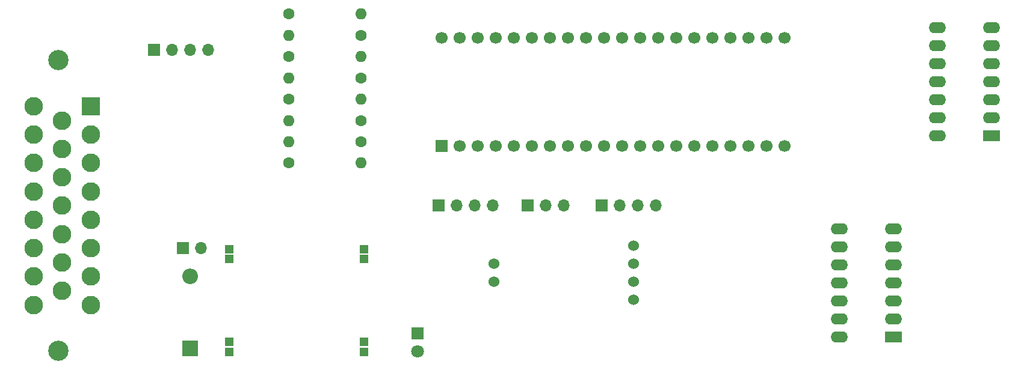
<source format=gbr>
%TF.GenerationSoftware,KiCad,Pcbnew,(6.0.2)*%
%TF.CreationDate,2022-03-14T17:04:01-03:00*%
%TF.ProjectId,EL-A0001-00500 - Telemetria Frontal,454c2d41-3030-4303-912d-303035303020,rev?*%
%TF.SameCoordinates,Original*%
%TF.FileFunction,Soldermask,Bot*%
%TF.FilePolarity,Negative*%
%FSLAX46Y46*%
G04 Gerber Fmt 4.6, Leading zero omitted, Abs format (unit mm)*
G04 Created by KiCad (PCBNEW (6.0.2)) date 2022-03-14 17:04:01*
%MOMM*%
%LPD*%
G01*
G04 APERTURE LIST*
%ADD10C,1.600000*%
%ADD11O,1.600000X1.600000*%
%ADD12R,1.700000X1.700000*%
%ADD13O,1.700000X1.700000*%
%ADD14R,1.800000X1.800000*%
%ADD15C,1.800000*%
%ADD16R,2.400000X1.600000*%
%ADD17O,2.400000X1.600000*%
%ADD18R,2.200000X2.200000*%
%ADD19O,2.200000X2.200000*%
%ADD20R,1.308000X1.308000*%
%ADD21C,2.850000*%
%ADD22R,2.625000X2.625000*%
%ADD23C,2.625000*%
%ADD24C,1.700000*%
%ADD25C,1.524000*%
G04 APERTURE END LIST*
D10*
%TO.C,R11*%
X67920000Y-57000000D03*
D11*
X78080000Y-57000000D03*
%TD*%
D10*
%TO.C,R2*%
X78080000Y-48000000D03*
D11*
X67920000Y-48000000D03*
%TD*%
D10*
%TO.C,R10*%
X78080000Y-60000000D03*
D11*
X67920000Y-60000000D03*
%TD*%
D10*
%TO.C,R3*%
X67920000Y-45000000D03*
D11*
X78080000Y-45000000D03*
%TD*%
D12*
%TO.C,J3*%
X48920000Y-50000000D03*
D13*
X51460000Y-50000000D03*
X54000000Y-50000000D03*
X56540000Y-50000000D03*
%TD*%
D14*
%TO.C,D2*%
X86000000Y-90000000D03*
D15*
X86000000Y-92540000D03*
%TD*%
D12*
%TO.C,J5*%
X101475000Y-72000000D03*
D13*
X104015000Y-72000000D03*
X106555000Y-72000000D03*
%TD*%
D16*
%TO.C,U4*%
X166775000Y-62175000D03*
D17*
X166775000Y-59635000D03*
X166775000Y-57095000D03*
X166775000Y-54555000D03*
X166775000Y-52015000D03*
X166775000Y-49475000D03*
X166775000Y-46935000D03*
X159155000Y-46935000D03*
X159155000Y-49475000D03*
X159155000Y-52015000D03*
X159155000Y-54555000D03*
X159155000Y-57095000D03*
X159155000Y-59635000D03*
X159155000Y-62175000D03*
%TD*%
D18*
%TO.C,D1*%
X54000000Y-92080000D03*
D19*
X54000000Y-81920000D03*
%TD*%
D16*
%TO.C,U3*%
X153000000Y-90540000D03*
D17*
X153000000Y-88000000D03*
X153000000Y-85460000D03*
X153000000Y-82920000D03*
X153000000Y-80380000D03*
X153000000Y-77840000D03*
X153000000Y-75300000D03*
X145380000Y-75300000D03*
X145380000Y-77840000D03*
X145380000Y-80380000D03*
X145380000Y-82920000D03*
X145380000Y-85460000D03*
X145380000Y-88000000D03*
X145380000Y-90540000D03*
%TD*%
D12*
%TO.C,J6*%
X88950000Y-72000000D03*
D13*
X91490000Y-72000000D03*
X94030000Y-72000000D03*
X96570000Y-72000000D03*
%TD*%
D20*
%TO.C,U2*%
X59500000Y-78130000D03*
X59500000Y-79530000D03*
X59500000Y-91200000D03*
X59500000Y-92600000D03*
X78500000Y-78130000D03*
X78500000Y-79530000D03*
X78500000Y-91200000D03*
X78500000Y-92600000D03*
%TD*%
D12*
%TO.C,J4*%
X111920000Y-72000000D03*
D13*
X114460000Y-72000000D03*
X117000000Y-72000000D03*
X119540000Y-72000000D03*
%TD*%
D10*
%TO.C,R4*%
X78080000Y-54000000D03*
D11*
X67920000Y-54000000D03*
%TD*%
D10*
%TO.C,R17*%
X67920000Y-66000000D03*
D11*
X78080000Y-66000000D03*
%TD*%
D21*
%TO.C,J1*%
X35500000Y-51500000D03*
X35500000Y-92500000D03*
D22*
X40000000Y-58000000D03*
D23*
X40000000Y-62000000D03*
X40000000Y-66000000D03*
X40000000Y-70000000D03*
X40000000Y-74000000D03*
X40000000Y-78000000D03*
X40000000Y-82000000D03*
X40000000Y-86000000D03*
X36000000Y-60000000D03*
X36000000Y-64000000D03*
X36000000Y-68000000D03*
X36000000Y-72000000D03*
X36000000Y-76000000D03*
X36000000Y-80000000D03*
X36000000Y-84000000D03*
X32000000Y-58000000D03*
X32000000Y-62000000D03*
X32000000Y-66000000D03*
X32000000Y-70000000D03*
X32000000Y-74000000D03*
X32000000Y-78000000D03*
X32000000Y-82000000D03*
X32000000Y-86000000D03*
%TD*%
D12*
%TO.C,U1*%
X89370000Y-63620000D03*
D24*
X91910000Y-63620000D03*
X94450000Y-63620000D03*
X96990000Y-63620000D03*
X99530000Y-63620000D03*
X102070000Y-63620000D03*
X104610000Y-63620000D03*
X107150000Y-63620000D03*
X109690000Y-63620000D03*
X112230000Y-63620000D03*
X114770000Y-63620000D03*
X117310000Y-63620000D03*
X119850000Y-63620000D03*
X122390000Y-63620000D03*
X124930000Y-63620000D03*
X127470000Y-63620000D03*
X130010000Y-63620000D03*
X132550000Y-63620000D03*
X135090000Y-63620000D03*
X137630000Y-63620000D03*
X137630000Y-48380000D03*
X135090000Y-48380000D03*
X132550000Y-48380000D03*
X130010000Y-48380000D03*
X127470000Y-48380000D03*
X124930000Y-48380000D03*
X122390000Y-48380000D03*
X119850000Y-48380000D03*
X117310000Y-48380000D03*
X114770000Y-48380000D03*
X112230000Y-48380000D03*
X109690000Y-48380000D03*
X107150000Y-48380000D03*
X104610000Y-48380000D03*
X102070000Y-48380000D03*
X99530000Y-48380000D03*
X96990000Y-48380000D03*
X94450000Y-48380000D03*
X91910000Y-48380000D03*
X89370000Y-48380000D03*
%TD*%
D10*
%TO.C,R16*%
X78080000Y-63000000D03*
D11*
X67920000Y-63000000D03*
%TD*%
D25*
%TO.C,U5*%
X116430000Y-85222500D03*
X116430000Y-82682500D03*
X116430000Y-80142500D03*
X116430000Y-77602500D03*
X96745000Y-82682500D03*
X96745000Y-80142500D03*
%TD*%
D10*
%TO.C,R5*%
X67920000Y-51000000D03*
D11*
X78080000Y-51000000D03*
%TD*%
D12*
%TO.C,J2*%
X53000000Y-78000000D03*
D13*
X55540000Y-78000000D03*
%TD*%
M02*

</source>
